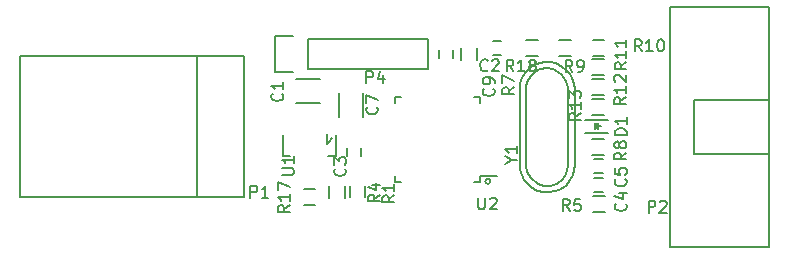
<source format=gbr>
G04 #@! TF.FileFunction,Legend,Top*
%FSLAX46Y46*%
G04 Gerber Fmt 4.6, Leading zero omitted, Abs format (unit mm)*
G04 Created by KiCad (PCBNEW 4.0.2+dfsg1-stable) date Wed 09 May 2018 09:33:26 CST*
%MOMM*%
G01*
G04 APERTURE LIST*
%ADD10C,0.100000*%
%ADD11C,0.200000*%
%ADD12C,0.150000*%
G04 APERTURE END LIST*
D10*
D11*
X124804520Y-112163860D02*
G75*
G03X124804520Y-112163860I-209900J0D01*
G01*
D12*
X108127800Y-102926480D02*
X106577800Y-102926480D01*
X106577800Y-102926480D02*
X106577800Y-99826480D01*
X106577800Y-99826480D02*
X108127800Y-99826480D01*
X109397800Y-100106480D02*
X119557800Y-100106480D01*
X119557800Y-100106480D02*
X119557800Y-102646480D01*
X119557800Y-102646480D02*
X109397800Y-102646480D01*
X109397800Y-100106480D02*
X109397800Y-102646480D01*
X128620520Y-102875080D02*
X129021840Y-102674420D01*
X129021840Y-102674420D02*
X129621280Y-102572820D01*
X129621280Y-102572820D02*
X130121660Y-102674420D01*
X130121660Y-102674420D02*
X130820160Y-103073200D01*
X130820160Y-103073200D02*
X131221480Y-103675180D01*
X131221480Y-103675180D02*
X131422140Y-104274620D01*
X131422140Y-104274620D02*
X131422140Y-110873540D01*
X131422140Y-110873540D02*
X131221480Y-111574580D01*
X131221480Y-111574580D02*
X130921760Y-111973360D01*
X130921760Y-111973360D02*
X130421380Y-112374680D01*
X130421380Y-112374680D02*
X129821940Y-112575340D01*
X129821940Y-112575340D02*
X129321560Y-112575340D01*
X129321560Y-112575340D02*
X128821180Y-112374680D01*
X128821180Y-112374680D02*
X128221740Y-111874300D01*
X128221740Y-111874300D02*
X127922020Y-111373920D01*
X127922020Y-111373920D02*
X127820420Y-110873540D01*
X127820420Y-110774480D02*
X127820420Y-104173020D01*
X127820420Y-104173020D02*
X127922020Y-103774240D01*
X127922020Y-103774240D02*
X128221740Y-103273860D01*
X128221740Y-103273860D02*
X128722120Y-102773480D01*
X127292100Y-110764320D02*
X127340360Y-111224060D01*
X127340360Y-111224060D02*
X127452120Y-111622840D01*
X127452120Y-111622840D02*
X127670560Y-112054640D01*
X127670560Y-112054640D02*
X127901700Y-112344200D01*
X127901700Y-112344200D02*
X128252220Y-112674400D01*
X128252220Y-112674400D02*
X128790700Y-112963960D01*
X128790700Y-112963960D02*
X129390140Y-113093500D01*
X129390140Y-113093500D02*
X129900680Y-113093500D01*
X129900680Y-113093500D02*
X130601720Y-112923320D01*
X130601720Y-112923320D02*
X131191000Y-112524540D01*
X131191000Y-112524540D02*
X131561840Y-112064800D01*
X131561840Y-112064800D02*
X131770120Y-111643160D01*
X131770120Y-111643160D02*
X131930140Y-111193580D01*
X131930140Y-111193580D02*
X131960620Y-110754160D01*
X131742180Y-103413560D02*
X131521200Y-103035100D01*
X131521200Y-103035100D02*
X131241800Y-102715060D01*
X131241800Y-102715060D02*
X130911600Y-102463600D01*
X130911600Y-102463600D02*
X130360420Y-102163880D01*
X130360420Y-102163880D02*
X129890520Y-102054660D01*
X129890520Y-102054660D02*
X129430780Y-102034340D01*
X129430780Y-102034340D02*
X128971040Y-102123240D01*
X128971040Y-102123240D02*
X128521460Y-102313740D01*
X128521460Y-102313740D02*
X128051560Y-102674420D01*
X128051560Y-102674420D02*
X127731520Y-103024940D01*
X127731520Y-103024940D02*
X127500380Y-103413560D01*
X127500380Y-103413560D02*
X127360680Y-103842820D01*
X127360680Y-103842820D02*
X127292100Y-104284780D01*
X131950460Y-110774480D02*
X131950460Y-104322880D01*
X131950460Y-104322880D02*
X131912360Y-103903780D01*
X131912360Y-103903780D02*
X131742180Y-103413560D01*
X127292100Y-110774480D02*
X127292100Y-104322880D01*
X110392720Y-103506160D02*
X108392720Y-103506160D01*
X108392720Y-105556160D02*
X110392720Y-105556160D01*
X112010080Y-104719880D02*
X112010080Y-106719880D01*
X114060080Y-106719880D02*
X114060080Y-104719880D01*
X112883320Y-113519840D02*
X112883320Y-112519840D01*
X114233320Y-112519840D02*
X114233320Y-113519840D01*
X112473100Y-112555400D02*
X112473100Y-113555400D01*
X111123100Y-113555400D02*
X111123100Y-112555400D01*
X108989240Y-112779180D02*
X109989240Y-112779180D01*
X109989240Y-114129180D02*
X108989240Y-114129180D01*
X123962580Y-112255720D02*
X123962580Y-111730720D01*
X116712580Y-112255720D02*
X116712580Y-111730720D01*
X116712580Y-105005720D02*
X116712580Y-105530720D01*
X123962580Y-105005720D02*
X123962580Y-105530720D01*
X123962580Y-112255720D02*
X123437580Y-112255720D01*
X123962580Y-105005720D02*
X123437580Y-105005720D01*
X116712580Y-105005720D02*
X117237580Y-105005720D01*
X116712580Y-112255720D02*
X117237580Y-112255720D01*
X123962580Y-111730720D02*
X125337580Y-111730720D01*
X125749800Y-101463400D02*
X125049800Y-101463400D01*
X125049800Y-100263400D02*
X125749800Y-100263400D01*
X113861140Y-109332280D02*
X113861140Y-110032280D01*
X112661140Y-110032280D02*
X112661140Y-109332280D01*
X121656400Y-101021400D02*
X121656400Y-101721400D01*
X120456400Y-101721400D02*
X120456400Y-101021400D01*
X123636400Y-100871400D02*
X123636400Y-101871400D01*
X122286400Y-101871400D02*
X122286400Y-100871400D01*
X133609600Y-111871200D02*
X134309600Y-111871200D01*
X134309600Y-113071200D02*
X133609600Y-113071200D01*
X133609600Y-110271000D02*
X134309600Y-110271000D01*
X134309600Y-111471000D02*
X133609600Y-111471000D01*
X133485000Y-113421800D02*
X134485000Y-113421800D01*
X134485000Y-114771800D02*
X133485000Y-114771800D01*
X134434200Y-109895000D02*
X133434200Y-109895000D01*
X133434200Y-108545000D02*
X134434200Y-108545000D01*
X131614800Y-101568880D02*
X130614800Y-101568880D01*
X130614800Y-100218880D02*
X131614800Y-100218880D01*
X133459600Y-100163000D02*
X134459600Y-100163000D01*
X134459600Y-101513000D02*
X133459600Y-101513000D01*
X133434200Y-101839400D02*
X134434200Y-101839400D01*
X134434200Y-103189400D02*
X133434200Y-103189400D01*
X133434200Y-103515800D02*
X134434200Y-103515800D01*
X134434200Y-104865800D02*
X133434200Y-104865800D01*
X133434200Y-105192200D02*
X134434200Y-105192200D01*
X134434200Y-106542200D02*
X133434200Y-106542200D01*
X127836040Y-100196020D02*
X128836040Y-100196020D01*
X128836040Y-101546020D02*
X127836040Y-101546020D01*
X111366300Y-108534200D02*
X111117380Y-108833920D01*
X111117380Y-108833920D02*
X111015780Y-108983780D01*
X111015780Y-108983780D02*
X111015780Y-108135420D01*
X111716820Y-110035340D02*
X111716820Y-108234480D01*
X111716820Y-110035340D02*
X111066580Y-110035340D01*
X107215940Y-110035340D02*
X107215940Y-108234480D01*
X107215940Y-110035340D02*
X107866180Y-110035340D01*
X132859600Y-108045340D02*
X134759600Y-108045340D01*
X132859600Y-106945340D02*
X134759600Y-106945340D01*
X133759600Y-107495340D02*
X134209600Y-107495340D01*
X133709600Y-107245340D02*
X133709600Y-107745340D01*
X133709600Y-107495340D02*
X133959600Y-107245340D01*
X133959600Y-107245340D02*
X133959600Y-107745340D01*
X133959600Y-107745340D02*
X133709600Y-107495340D01*
X142036800Y-107569000D02*
X142036800Y-105283000D01*
X142036800Y-105283000D02*
X148386800Y-105283000D01*
X142036800Y-107569000D02*
X142036800Y-109855000D01*
X142036800Y-109855000D02*
X148386800Y-109855000D01*
X140004800Y-117729000D02*
X148386800Y-117729000D01*
X148386800Y-117729000D02*
X148386800Y-97409000D01*
X148386800Y-97409000D02*
X140004800Y-97409000D01*
X140004800Y-97409000D02*
X140004800Y-107569000D01*
X140004800Y-107569000D02*
X140004800Y-117729000D01*
X99957120Y-113513120D02*
X99957120Y-101513120D01*
X103957120Y-113513120D02*
X84957120Y-113513120D01*
X84957120Y-101513120D02*
X103957120Y-101513120D01*
X103957120Y-113513120D02*
X103957120Y-101513120D01*
X84957120Y-113513120D02*
X84957120Y-101513120D01*
X114313745Y-103840541D02*
X114313745Y-102840541D01*
X114694698Y-102840541D01*
X114789936Y-102888160D01*
X114837555Y-102935779D01*
X114885174Y-103031017D01*
X114885174Y-103173874D01*
X114837555Y-103269112D01*
X114789936Y-103316731D01*
X114694698Y-103364350D01*
X114313745Y-103364350D01*
X115742317Y-103173874D02*
X115742317Y-103840541D01*
X115504221Y-102792922D02*
X115266126Y-103507208D01*
X115885174Y-103507208D01*
X126610430Y-110366751D02*
X127086621Y-110366751D01*
X126086621Y-110700084D02*
X126610430Y-110366751D01*
X126086621Y-110033417D01*
X127086621Y-109176274D02*
X127086621Y-109747703D01*
X127086621Y-109461989D02*
X126086621Y-109461989D01*
X126229478Y-109557227D01*
X126324716Y-109652465D01*
X126372335Y-109747703D01*
X107174303Y-104728306D02*
X107221922Y-104775925D01*
X107269541Y-104918782D01*
X107269541Y-105014020D01*
X107221922Y-105156878D01*
X107126684Y-105252116D01*
X107031446Y-105299735D01*
X106840970Y-105347354D01*
X106698112Y-105347354D01*
X106507636Y-105299735D01*
X106412398Y-105252116D01*
X106317160Y-105156878D01*
X106269541Y-105014020D01*
X106269541Y-104918782D01*
X106317160Y-104775925D01*
X106364779Y-104728306D01*
X107269541Y-103775925D02*
X107269541Y-104347354D01*
X107269541Y-104061640D02*
X106269541Y-104061640D01*
X106412398Y-104156878D01*
X106507636Y-104252116D01*
X106555255Y-104347354D01*
X115195623Y-105866226D02*
X115243242Y-105913845D01*
X115290861Y-106056702D01*
X115290861Y-106151940D01*
X115243242Y-106294798D01*
X115148004Y-106390036D01*
X115052766Y-106437655D01*
X114862290Y-106485274D01*
X114719432Y-106485274D01*
X114528956Y-106437655D01*
X114433718Y-106390036D01*
X114338480Y-106294798D01*
X114290861Y-106151940D01*
X114290861Y-106056702D01*
X114338480Y-105913845D01*
X114386099Y-105866226D01*
X114290861Y-105532893D02*
X114290861Y-104866226D01*
X115290861Y-105294798D01*
X116672621Y-113359226D02*
X116196430Y-113692560D01*
X116672621Y-113930655D02*
X115672621Y-113930655D01*
X115672621Y-113549702D01*
X115720240Y-113454464D01*
X115767859Y-113406845D01*
X115863097Y-113359226D01*
X116005954Y-113359226D01*
X116101192Y-113406845D01*
X116148811Y-113454464D01*
X116196430Y-113549702D01*
X116196430Y-113930655D01*
X116672621Y-112406845D02*
X116672621Y-112978274D01*
X116672621Y-112692560D02*
X115672621Y-112692560D01*
X115815478Y-112787798D01*
X115910716Y-112883036D01*
X115958335Y-112978274D01*
X115455961Y-113293186D02*
X114979770Y-113626520D01*
X115455961Y-113864615D02*
X114455961Y-113864615D01*
X114455961Y-113483662D01*
X114503580Y-113388424D01*
X114551199Y-113340805D01*
X114646437Y-113293186D01*
X114789294Y-113293186D01*
X114884532Y-113340805D01*
X114932151Y-113388424D01*
X114979770Y-113483662D01*
X114979770Y-113864615D01*
X114789294Y-112436043D02*
X115455961Y-112436043D01*
X114408342Y-112674139D02*
X115122628Y-112912234D01*
X115122628Y-112293186D01*
X107818181Y-114193557D02*
X107341990Y-114526891D01*
X107818181Y-114764986D02*
X106818181Y-114764986D01*
X106818181Y-114384033D01*
X106865800Y-114288795D01*
X106913419Y-114241176D01*
X107008657Y-114193557D01*
X107151514Y-114193557D01*
X107246752Y-114241176D01*
X107294371Y-114288795D01*
X107341990Y-114384033D01*
X107341990Y-114764986D01*
X107818181Y-113241176D02*
X107818181Y-113812605D01*
X107818181Y-113526891D02*
X106818181Y-113526891D01*
X106961038Y-113622129D01*
X107056276Y-113717367D01*
X107103895Y-113812605D01*
X106818181Y-112907843D02*
X106818181Y-112241176D01*
X107818181Y-112669748D01*
X123786995Y-113546641D02*
X123786995Y-114356165D01*
X123834614Y-114451403D01*
X123882233Y-114499022D01*
X123977471Y-114546641D01*
X124167948Y-114546641D01*
X124263186Y-114499022D01*
X124310805Y-114451403D01*
X124358424Y-114356165D01*
X124358424Y-113546641D01*
X124786995Y-113641879D02*
X124834614Y-113594260D01*
X124929852Y-113546641D01*
X125167948Y-113546641D01*
X125263186Y-113594260D01*
X125310805Y-113641879D01*
X125358424Y-113737117D01*
X125358424Y-113832355D01*
X125310805Y-113975212D01*
X124739376Y-114546641D01*
X125358424Y-114546641D01*
X124580354Y-102747083D02*
X124532735Y-102794702D01*
X124389878Y-102842321D01*
X124294640Y-102842321D01*
X124151782Y-102794702D01*
X124056544Y-102699464D01*
X124008925Y-102604226D01*
X123961306Y-102413750D01*
X123961306Y-102270892D01*
X124008925Y-102080416D01*
X124056544Y-101985178D01*
X124151782Y-101889940D01*
X124294640Y-101842321D01*
X124389878Y-101842321D01*
X124532735Y-101889940D01*
X124580354Y-101937559D01*
X124961306Y-101937559D02*
X125008925Y-101889940D01*
X125104163Y-101842321D01*
X125342259Y-101842321D01*
X125437497Y-101889940D01*
X125485116Y-101937559D01*
X125532735Y-102032797D01*
X125532735Y-102128035D01*
X125485116Y-102270892D01*
X124913687Y-102842321D01*
X125532735Y-102842321D01*
X112477823Y-111083386D02*
X112525442Y-111131005D01*
X112573061Y-111273862D01*
X112573061Y-111369100D01*
X112525442Y-111511958D01*
X112430204Y-111607196D01*
X112334966Y-111654815D01*
X112144490Y-111702434D01*
X112001632Y-111702434D01*
X111811156Y-111654815D01*
X111715918Y-111607196D01*
X111620680Y-111511958D01*
X111573061Y-111369100D01*
X111573061Y-111273862D01*
X111620680Y-111131005D01*
X111668299Y-111083386D01*
X111573061Y-110750053D02*
X111573061Y-110131005D01*
X111954013Y-110464339D01*
X111954013Y-110321481D01*
X112001632Y-110226243D01*
X112049251Y-110178624D01*
X112144490Y-110131005D01*
X112382585Y-110131005D01*
X112477823Y-110178624D01*
X112525442Y-110226243D01*
X112573061Y-110321481D01*
X112573061Y-110607196D01*
X112525442Y-110702434D01*
X112477823Y-110750053D01*
X125071143Y-104316826D02*
X125118762Y-104364445D01*
X125166381Y-104507302D01*
X125166381Y-104602540D01*
X125118762Y-104745398D01*
X125023524Y-104840636D01*
X124928286Y-104888255D01*
X124737810Y-104935874D01*
X124594952Y-104935874D01*
X124404476Y-104888255D01*
X124309238Y-104840636D01*
X124214000Y-104745398D01*
X124166381Y-104602540D01*
X124166381Y-104507302D01*
X124214000Y-104364445D01*
X124261619Y-104316826D01*
X125166381Y-103840636D02*
X125166381Y-103650160D01*
X125118762Y-103554921D01*
X125071143Y-103507302D01*
X124928286Y-103412064D01*
X124737810Y-103364445D01*
X124356857Y-103364445D01*
X124261619Y-103412064D01*
X124214000Y-103459683D01*
X124166381Y-103554921D01*
X124166381Y-103745398D01*
X124214000Y-103840636D01*
X124261619Y-103888255D01*
X124356857Y-103935874D01*
X124594952Y-103935874D01*
X124690190Y-103888255D01*
X124737810Y-103840636D01*
X124785429Y-103745398D01*
X124785429Y-103554921D01*
X124737810Y-103459683D01*
X124690190Y-103412064D01*
X124594952Y-103364445D01*
X126835161Y-104202526D02*
X126358970Y-104535860D01*
X126835161Y-104773955D02*
X125835161Y-104773955D01*
X125835161Y-104393002D01*
X125882780Y-104297764D01*
X125930399Y-104250145D01*
X126025637Y-104202526D01*
X126168494Y-104202526D01*
X126263732Y-104250145D01*
X126311351Y-104297764D01*
X126358970Y-104393002D01*
X126358970Y-104773955D01*
X125835161Y-103869193D02*
X125835161Y-103202526D01*
X126835161Y-103631098D01*
X136259843Y-114045026D02*
X136307462Y-114092645D01*
X136355081Y-114235502D01*
X136355081Y-114330740D01*
X136307462Y-114473598D01*
X136212224Y-114568836D01*
X136116986Y-114616455D01*
X135926510Y-114664074D01*
X135783652Y-114664074D01*
X135593176Y-114616455D01*
X135497938Y-114568836D01*
X135402700Y-114473598D01*
X135355081Y-114330740D01*
X135355081Y-114235502D01*
X135402700Y-114092645D01*
X135450319Y-114045026D01*
X135688414Y-113187883D02*
X136355081Y-113187883D01*
X135307462Y-113425979D02*
X136021748Y-113664074D01*
X136021748Y-113045026D01*
X136249683Y-111974926D02*
X136297302Y-112022545D01*
X136344921Y-112165402D01*
X136344921Y-112260640D01*
X136297302Y-112403498D01*
X136202064Y-112498736D01*
X136106826Y-112546355D01*
X135916350Y-112593974D01*
X135773492Y-112593974D01*
X135583016Y-112546355D01*
X135487778Y-112498736D01*
X135392540Y-112403498D01*
X135344921Y-112260640D01*
X135344921Y-112165402D01*
X135392540Y-112022545D01*
X135440159Y-111974926D01*
X135344921Y-111070164D02*
X135344921Y-111546355D01*
X135821111Y-111593974D01*
X135773492Y-111546355D01*
X135725873Y-111451117D01*
X135725873Y-111213021D01*
X135773492Y-111117783D01*
X135821111Y-111070164D01*
X135916350Y-111022545D01*
X136154445Y-111022545D01*
X136249683Y-111070164D01*
X136297302Y-111117783D01*
X136344921Y-111213021D01*
X136344921Y-111451117D01*
X136297302Y-111546355D01*
X136249683Y-111593974D01*
X131519634Y-114673641D02*
X131186300Y-114197450D01*
X130948205Y-114673641D02*
X130948205Y-113673641D01*
X131329158Y-113673641D01*
X131424396Y-113721260D01*
X131472015Y-113768879D01*
X131519634Y-113864117D01*
X131519634Y-114006974D01*
X131472015Y-114102212D01*
X131424396Y-114149831D01*
X131329158Y-114197450D01*
X130948205Y-114197450D01*
X132424396Y-113673641D02*
X131948205Y-113673641D01*
X131900586Y-114149831D01*
X131948205Y-114102212D01*
X132043443Y-114054593D01*
X132281539Y-114054593D01*
X132376777Y-114102212D01*
X132424396Y-114149831D01*
X132472015Y-114245070D01*
X132472015Y-114483165D01*
X132424396Y-114578403D01*
X132376777Y-114626022D01*
X132281539Y-114673641D01*
X132043443Y-114673641D01*
X131948205Y-114626022D01*
X131900586Y-114578403D01*
X136309361Y-109734646D02*
X135833170Y-110067980D01*
X136309361Y-110306075D02*
X135309361Y-110306075D01*
X135309361Y-109925122D01*
X135356980Y-109829884D01*
X135404599Y-109782265D01*
X135499837Y-109734646D01*
X135642694Y-109734646D01*
X135737932Y-109782265D01*
X135785551Y-109829884D01*
X135833170Y-109925122D01*
X135833170Y-110306075D01*
X135737932Y-109163218D02*
X135690313Y-109258456D01*
X135642694Y-109306075D01*
X135547456Y-109353694D01*
X135499837Y-109353694D01*
X135404599Y-109306075D01*
X135356980Y-109258456D01*
X135309361Y-109163218D01*
X135309361Y-108972741D01*
X135356980Y-108877503D01*
X135404599Y-108829884D01*
X135499837Y-108782265D01*
X135547456Y-108782265D01*
X135642694Y-108829884D01*
X135690313Y-108877503D01*
X135737932Y-108972741D01*
X135737932Y-109163218D01*
X135785551Y-109258456D01*
X135833170Y-109306075D01*
X135928409Y-109353694D01*
X136118885Y-109353694D01*
X136214123Y-109306075D01*
X136261742Y-109258456D01*
X136309361Y-109163218D01*
X136309361Y-108972741D01*
X136261742Y-108877503D01*
X136214123Y-108829884D01*
X136118885Y-108782265D01*
X135928409Y-108782265D01*
X135833170Y-108829884D01*
X135785551Y-108877503D01*
X135737932Y-108972741D01*
X131760934Y-102890581D02*
X131427600Y-102414390D01*
X131189505Y-102890581D02*
X131189505Y-101890581D01*
X131570458Y-101890581D01*
X131665696Y-101938200D01*
X131713315Y-101985819D01*
X131760934Y-102081057D01*
X131760934Y-102223914D01*
X131713315Y-102319152D01*
X131665696Y-102366771D01*
X131570458Y-102414390D01*
X131189505Y-102414390D01*
X132237124Y-102890581D02*
X132427600Y-102890581D01*
X132522839Y-102842962D01*
X132570458Y-102795343D01*
X132665696Y-102652486D01*
X132713315Y-102462010D01*
X132713315Y-102081057D01*
X132665696Y-101985819D01*
X132618077Y-101938200D01*
X132522839Y-101890581D01*
X132332362Y-101890581D01*
X132237124Y-101938200D01*
X132189505Y-101985819D01*
X132141886Y-102081057D01*
X132141886Y-102319152D01*
X132189505Y-102414390D01*
X132237124Y-102462010D01*
X132332362Y-102509629D01*
X132522839Y-102509629D01*
X132618077Y-102462010D01*
X132665696Y-102414390D01*
X132713315Y-102319152D01*
X137614423Y-101150681D02*
X137281089Y-100674490D01*
X137042994Y-101150681D02*
X137042994Y-100150681D01*
X137423947Y-100150681D01*
X137519185Y-100198300D01*
X137566804Y-100245919D01*
X137614423Y-100341157D01*
X137614423Y-100484014D01*
X137566804Y-100579252D01*
X137519185Y-100626871D01*
X137423947Y-100674490D01*
X137042994Y-100674490D01*
X138566804Y-101150681D02*
X137995375Y-101150681D01*
X138281089Y-101150681D02*
X138281089Y-100150681D01*
X138185851Y-100293538D01*
X138090613Y-100388776D01*
X137995375Y-100436395D01*
X139185851Y-100150681D02*
X139281090Y-100150681D01*
X139376328Y-100198300D01*
X139423947Y-100245919D01*
X139471566Y-100341157D01*
X139519185Y-100531633D01*
X139519185Y-100769729D01*
X139471566Y-100960205D01*
X139423947Y-101055443D01*
X139376328Y-101103062D01*
X139281090Y-101150681D01*
X139185851Y-101150681D01*
X139090613Y-101103062D01*
X139042994Y-101055443D01*
X138995375Y-100960205D01*
X138947756Y-100769729D01*
X138947756Y-100531633D01*
X138995375Y-100341157D01*
X139042994Y-100245919D01*
X139090613Y-100198300D01*
X139185851Y-100150681D01*
X136322061Y-102095537D02*
X135845870Y-102428871D01*
X136322061Y-102666966D02*
X135322061Y-102666966D01*
X135322061Y-102286013D01*
X135369680Y-102190775D01*
X135417299Y-102143156D01*
X135512537Y-102095537D01*
X135655394Y-102095537D01*
X135750632Y-102143156D01*
X135798251Y-102190775D01*
X135845870Y-102286013D01*
X135845870Y-102666966D01*
X136322061Y-101143156D02*
X136322061Y-101714585D01*
X136322061Y-101428871D02*
X135322061Y-101428871D01*
X135464918Y-101524109D01*
X135560156Y-101619347D01*
X135607775Y-101714585D01*
X136322061Y-100190775D02*
X136322061Y-100762204D01*
X136322061Y-100476490D02*
X135322061Y-100476490D01*
X135464918Y-100571728D01*
X135560156Y-100666966D01*
X135607775Y-100762204D01*
X136286501Y-105057177D02*
X135810310Y-105390511D01*
X136286501Y-105628606D02*
X135286501Y-105628606D01*
X135286501Y-105247653D01*
X135334120Y-105152415D01*
X135381739Y-105104796D01*
X135476977Y-105057177D01*
X135619834Y-105057177D01*
X135715072Y-105104796D01*
X135762691Y-105152415D01*
X135810310Y-105247653D01*
X135810310Y-105628606D01*
X136286501Y-104104796D02*
X136286501Y-104676225D01*
X136286501Y-104390511D02*
X135286501Y-104390511D01*
X135429358Y-104485749D01*
X135524596Y-104580987D01*
X135572215Y-104676225D01*
X135381739Y-103723844D02*
X135334120Y-103676225D01*
X135286501Y-103580987D01*
X135286501Y-103342891D01*
X135334120Y-103247653D01*
X135381739Y-103200034D01*
X135476977Y-103152415D01*
X135572215Y-103152415D01*
X135715072Y-103200034D01*
X136286501Y-103771463D01*
X136286501Y-103152415D01*
X132476501Y-106393217D02*
X132000310Y-106726551D01*
X132476501Y-106964646D02*
X131476501Y-106964646D01*
X131476501Y-106583693D01*
X131524120Y-106488455D01*
X131571739Y-106440836D01*
X131666977Y-106393217D01*
X131809834Y-106393217D01*
X131905072Y-106440836D01*
X131952691Y-106488455D01*
X132000310Y-106583693D01*
X132000310Y-106964646D01*
X132476501Y-105440836D02*
X132476501Y-106012265D01*
X132476501Y-105726551D02*
X131476501Y-105726551D01*
X131619358Y-105821789D01*
X131714596Y-105917027D01*
X131762215Y-106012265D01*
X131476501Y-105107503D02*
X131476501Y-104488455D01*
X131857453Y-104821789D01*
X131857453Y-104678931D01*
X131905072Y-104583693D01*
X131952691Y-104536074D01*
X132047930Y-104488455D01*
X132286025Y-104488455D01*
X132381263Y-104536074D01*
X132428882Y-104583693D01*
X132476501Y-104678931D01*
X132476501Y-104964646D01*
X132428882Y-105059884D01*
X132381263Y-105107503D01*
X126763543Y-102849941D02*
X126430209Y-102373750D01*
X126192114Y-102849941D02*
X126192114Y-101849941D01*
X126573067Y-101849941D01*
X126668305Y-101897560D01*
X126715924Y-101945179D01*
X126763543Y-102040417D01*
X126763543Y-102183274D01*
X126715924Y-102278512D01*
X126668305Y-102326131D01*
X126573067Y-102373750D01*
X126192114Y-102373750D01*
X127715924Y-102849941D02*
X127144495Y-102849941D01*
X127430209Y-102849941D02*
X127430209Y-101849941D01*
X127334971Y-101992798D01*
X127239733Y-102088036D01*
X127144495Y-102135655D01*
X128287352Y-102278512D02*
X128192114Y-102230893D01*
X128144495Y-102183274D01*
X128096876Y-102088036D01*
X128096876Y-102040417D01*
X128144495Y-101945179D01*
X128192114Y-101897560D01*
X128287352Y-101849941D01*
X128477829Y-101849941D01*
X128573067Y-101897560D01*
X128620686Y-101945179D01*
X128668305Y-102040417D01*
X128668305Y-102088036D01*
X128620686Y-102183274D01*
X128573067Y-102230893D01*
X128477829Y-102278512D01*
X128287352Y-102278512D01*
X128192114Y-102326131D01*
X128144495Y-102373750D01*
X128096876Y-102468989D01*
X128096876Y-102659465D01*
X128144495Y-102754703D01*
X128192114Y-102802322D01*
X128287352Y-102849941D01*
X128477829Y-102849941D01*
X128573067Y-102802322D01*
X128620686Y-102754703D01*
X128668305Y-102659465D01*
X128668305Y-102468989D01*
X128620686Y-102373750D01*
X128573067Y-102326131D01*
X128477829Y-102278512D01*
X107171241Y-111630365D02*
X107980765Y-111630365D01*
X108076003Y-111582746D01*
X108123622Y-111535127D01*
X108171241Y-111439889D01*
X108171241Y-111249412D01*
X108123622Y-111154174D01*
X108076003Y-111106555D01*
X107980765Y-111058936D01*
X107171241Y-111058936D01*
X108171241Y-110058936D02*
X108171241Y-110630365D01*
X108171241Y-110344651D02*
X107171241Y-110344651D01*
X107314098Y-110439889D01*
X107409336Y-110535127D01*
X107456955Y-110630365D01*
X136344921Y-108261375D02*
X135344921Y-108261375D01*
X135344921Y-108023280D01*
X135392540Y-107880422D01*
X135487778Y-107785184D01*
X135583016Y-107737565D01*
X135773492Y-107689946D01*
X135916350Y-107689946D01*
X136106826Y-107737565D01*
X136202064Y-107785184D01*
X136297302Y-107880422D01*
X136344921Y-108023280D01*
X136344921Y-108261375D01*
X136344921Y-106737565D02*
X136344921Y-107308994D01*
X136344921Y-107023280D02*
X135344921Y-107023280D01*
X135487778Y-107118518D01*
X135583016Y-107213756D01*
X135630635Y-107308994D01*
X138210065Y-114813341D02*
X138210065Y-113813341D01*
X138591018Y-113813341D01*
X138686256Y-113860960D01*
X138733875Y-113908579D01*
X138781494Y-114003817D01*
X138781494Y-114146674D01*
X138733875Y-114241912D01*
X138686256Y-114289531D01*
X138591018Y-114337150D01*
X138210065Y-114337150D01*
X139162446Y-113908579D02*
X139210065Y-113860960D01*
X139305303Y-113813341D01*
X139543399Y-113813341D01*
X139638637Y-113860960D01*
X139686256Y-113908579D01*
X139733875Y-114003817D01*
X139733875Y-114099055D01*
X139686256Y-114241912D01*
X139114827Y-114813341D01*
X139733875Y-114813341D01*
X104489025Y-113553501D02*
X104489025Y-112553501D01*
X104869978Y-112553501D01*
X104965216Y-112601120D01*
X105012835Y-112648739D01*
X105060454Y-112743977D01*
X105060454Y-112886834D01*
X105012835Y-112982072D01*
X104965216Y-113029691D01*
X104869978Y-113077310D01*
X104489025Y-113077310D01*
X106012835Y-113553501D02*
X105441406Y-113553501D01*
X105727120Y-113553501D02*
X105727120Y-112553501D01*
X105631882Y-112696358D01*
X105536644Y-112791596D01*
X105441406Y-112839215D01*
M02*

</source>
